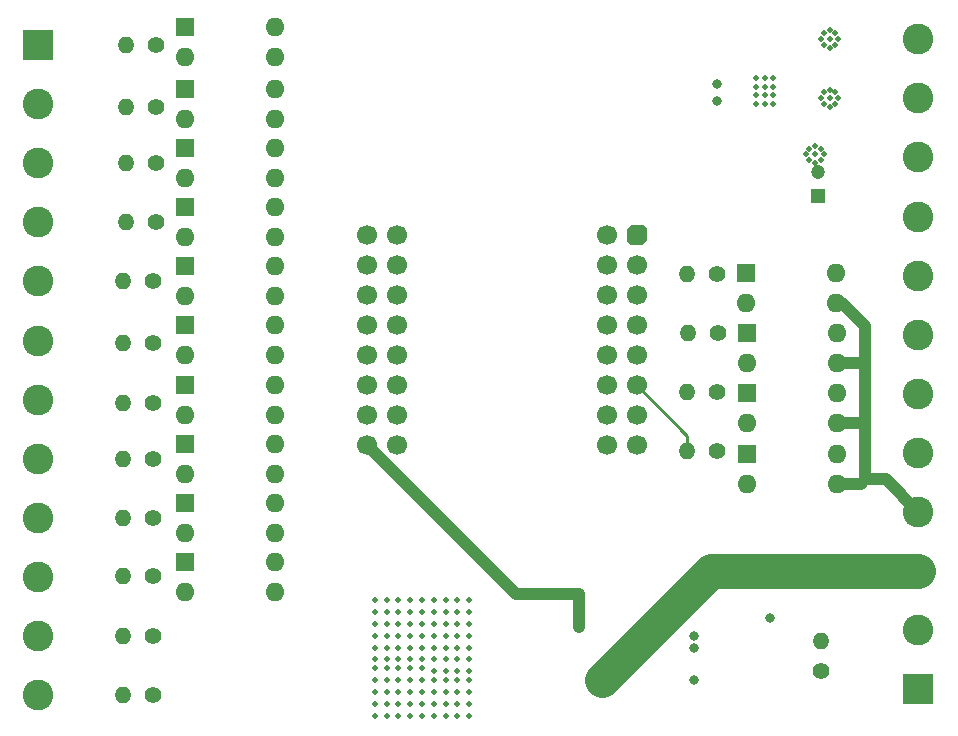
<source format=gbr>
%TF.GenerationSoftware,KiCad,Pcbnew,7.0.5*%
%TF.CreationDate,2023-06-28T09:46:49+02:00*%
%TF.ProjectId,ESP32RIO,45535033-3252-4494-9f2e-6b696361645f,rev?*%
%TF.SameCoordinates,Original*%
%TF.FileFunction,Copper,L3,Inr*%
%TF.FilePolarity,Positive*%
%FSLAX46Y46*%
G04 Gerber Fmt 4.6, Leading zero omitted, Abs format (unit mm)*
G04 Created by KiCad (PCBNEW 7.0.5) date 2023-06-28 09:46:49*
%MOMM*%
%LPD*%
G01*
G04 APERTURE LIST*
G04 Aperture macros list*
%AMFreePoly0*
4,1,19,-0.850000,0.255000,-0.829726,0.408997,-0.770285,0.552500,-0.675729,0.675729,-0.552500,0.770285,-0.408997,0.829726,-0.255000,0.850000,0.510000,0.850000,0.850000,0.510000,0.850000,-0.255000,0.829726,-0.408997,0.770285,-0.552500,0.675729,-0.675729,0.552500,-0.770285,0.408997,-0.829726,0.255000,-0.850000,-0.510000,-0.850000,-0.850000,-0.510000,-0.850000,0.255000,-0.850000,0.255000,
$1*%
G04 Aperture macros list end*
%TA.AperFunction,ComponentPad*%
%ADD10C,1.400000*%
%TD*%
%TA.AperFunction,ComponentPad*%
%ADD11O,1.400000X1.400000*%
%TD*%
%TA.AperFunction,ComponentPad*%
%ADD12R,1.200000X1.200000*%
%TD*%
%TA.AperFunction,ComponentPad*%
%ADD13C,1.200000*%
%TD*%
%TA.AperFunction,ComponentPad*%
%ADD14R,1.600000X1.600000*%
%TD*%
%TA.AperFunction,ComponentPad*%
%ADD15O,1.600000X1.600000*%
%TD*%
%TA.AperFunction,ComponentPad*%
%ADD16R,2.600000X2.600000*%
%TD*%
%TA.AperFunction,ComponentPad*%
%ADD17C,2.600000*%
%TD*%
%TA.AperFunction,ComponentPad*%
%ADD18C,1.700000*%
%TD*%
%TA.AperFunction,ComponentPad*%
%ADD19FreePoly0,180.000000*%
%TD*%
%TA.AperFunction,ViaPad*%
%ADD20C,0.500000*%
%TD*%
%TA.AperFunction,ViaPad*%
%ADD21C,0.800000*%
%TD*%
%TA.AperFunction,Conductor*%
%ADD22C,1.000000*%
%TD*%
%TA.AperFunction,Conductor*%
%ADD23C,3.000000*%
%TD*%
%TA.AperFunction,Conductor*%
%ADD24C,0.250000*%
%TD*%
G04 APERTURE END LIST*
D10*
%TO.N,GND*%
%TO.C,R17*%
X119220000Y-107750000D03*
D11*
%TO.N,Net-(J2-Pin_11)*%
X116680000Y-107750000D03*
%TD*%
D12*
%TO.N,GND*%
%TO.C,C4*%
X175500000Y-70500000D03*
D13*
%TO.N,Net-(J1-Pin_10)*%
X175500000Y-68500000D03*
%TD*%
D14*
%TO.N,Net-(R8-Pad1)*%
%TO.C,U8*%
X121950000Y-91475000D03*
D15*
%TO.N,GND*%
X121950000Y-94015000D03*
X129570000Y-94015000D03*
%TO.N,Net-(U11-GPIO33)*%
X129570000Y-91475000D03*
%TD*%
D14*
%TO.N,Net-(R4-Pad1)*%
%TO.C,U4*%
X121950000Y-71475000D03*
D15*
%TO.N,GND*%
X121950000Y-74015000D03*
X129570000Y-74015000D03*
%TO.N,Net-(U11-GPIO37)*%
X129570000Y-71475000D03*
%TD*%
D10*
%TO.N,Net-(R7-Pad1)*%
%TO.C,R7*%
X119220000Y-88000000D03*
D11*
%TO.N,Net-(J2-Pin_7)*%
X116680000Y-88000000D03*
%TD*%
D10*
%TO.N,Net-(R3-Pad1)*%
%TO.C,R3*%
X119470000Y-67750000D03*
D11*
%TO.N,Net-(J2-Pin_3)*%
X116930000Y-67750000D03*
%TD*%
D14*
%TO.N,Net-(R1-Pad1)*%
%TO.C,U1*%
X121950000Y-56225000D03*
D15*
%TO.N,GND*%
X121950000Y-58765000D03*
X129570000Y-58765000D03*
%TO.N,Net-(U11-GPIO40)*%
X129570000Y-56225000D03*
%TD*%
D10*
%TO.N,Net-(R11-Pad1)*%
%TO.C,R11*%
X167002032Y-77102460D03*
D11*
%TO.N,Net-(U11-GPIO8)*%
X164462032Y-77102460D03*
%TD*%
D14*
%TO.N,Net-(R10-Pad1)*%
%TO.C,U10*%
X121950000Y-101475000D03*
D15*
%TO.N,GND*%
X121950000Y-104015000D03*
X129570000Y-104015000D03*
%TO.N,Net-(U11-GPIO18)*%
X129570000Y-101475000D03*
%TD*%
D14*
%TO.N,Net-(R13-Pad1)*%
%TO.C,U14*%
X169482032Y-87234126D03*
D15*
%TO.N,GND*%
X169482032Y-89774126D03*
%TO.N,Net-(J1-Pin_4)*%
X177102032Y-89774126D03*
%TO.N,Net-(J1-Pin_6)*%
X177102032Y-87234126D03*
%TD*%
D14*
%TO.N,Net-(R14-Pad1)*%
%TO.C,U16*%
X169482032Y-92327459D03*
D15*
%TO.N,GND*%
X169482032Y-94867459D03*
%TO.N,Net-(J1-Pin_4)*%
X177102032Y-94867459D03*
%TO.N,Net-(J1-Pin_5)*%
X177102032Y-92327459D03*
%TD*%
D10*
%TO.N,Net-(R13-Pad1)*%
%TO.C,R13*%
X167002032Y-87102460D03*
D11*
%TO.N,Net-(U11-GPIO10)*%
X164462032Y-87102460D03*
%TD*%
D10*
%TO.N,Net-(J1-Pin_1)*%
%TO.C,R15*%
X175750000Y-110720000D03*
D11*
%TO.N,Net-(J1-Pin_2)*%
X175750000Y-108180000D03*
%TD*%
D10*
%TO.N,Net-(R6-Pad1)*%
%TO.C,R6*%
X119220000Y-83000000D03*
D11*
%TO.N,Net-(J2-Pin_6)*%
X116680000Y-83000000D03*
%TD*%
D14*
%TO.N,Net-(R9-Pad1)*%
%TO.C,U9*%
X121950000Y-96475000D03*
D15*
%TO.N,GND*%
X121950000Y-99015000D03*
X129570000Y-99015000D03*
%TO.N,Net-(U11-GPIO21)*%
X129570000Y-96475000D03*
%TD*%
D10*
%TO.N,Net-(R4-Pad1)*%
%TO.C,R4*%
X119470000Y-72750000D03*
D11*
%TO.N,Net-(J2-Pin_4)*%
X116930000Y-72750000D03*
%TD*%
D10*
%TO.N,Net-(R12-Pad1)*%
%TO.C,R12*%
X167032032Y-82102460D03*
D11*
%TO.N,Net-(U11-GPIO9)*%
X164492032Y-82102460D03*
%TD*%
D10*
%TO.N,Net-(R9-Pad1)*%
%TO.C,R9*%
X119220000Y-97750000D03*
D11*
%TO.N,Net-(J2-Pin_9)*%
X116680000Y-97750000D03*
%TD*%
D10*
%TO.N,Net-(R1-Pad1)*%
%TO.C,R1*%
X119470000Y-57750000D03*
D11*
%TO.N,Net-(J2-Pin_1)*%
X116930000Y-57750000D03*
%TD*%
D10*
%TO.N,Net-(R10-Pad1)*%
%TO.C,R10*%
X119220000Y-102669888D03*
D11*
%TO.N,Net-(J2-Pin_10)*%
X116680000Y-102669888D03*
%TD*%
D10*
%TO.N,Net-(R8-Pad1)*%
%TO.C,R8*%
X119220000Y-92750000D03*
D11*
%TO.N,Net-(J2-Pin_8)*%
X116680000Y-92750000D03*
%TD*%
D14*
%TO.N,Net-(R11-Pad1)*%
%TO.C,U12*%
X169462032Y-77047460D03*
D15*
%TO.N,GND*%
X169462032Y-79587460D03*
%TO.N,Net-(J1-Pin_4)*%
X177082032Y-79587460D03*
%TO.N,Net-(J1-Pin_8)*%
X177082032Y-77047460D03*
%TD*%
D16*
%TO.N,Net-(J1-Pin_1)*%
%TO.C,J1*%
X184000000Y-112250000D03*
D17*
%TO.N,Net-(J1-Pin_2)*%
X184000000Y-107250000D03*
%TO.N,+24V*%
X184000000Y-102250000D03*
%TO.N,Net-(J1-Pin_4)*%
X184000000Y-97250000D03*
%TO.N,Net-(J1-Pin_5)*%
X184000000Y-92250000D03*
%TO.N,Net-(J1-Pin_6)*%
X184000000Y-87250000D03*
%TO.N,Net-(J1-Pin_7)*%
X184000000Y-82250000D03*
%TO.N,Net-(J1-Pin_8)*%
X184000000Y-77250000D03*
%TO.N,GND*%
X184000000Y-72250000D03*
%TO.N,Net-(J1-Pin_10)*%
X184000000Y-67250000D03*
%TO.N,Net-(J1-Pin_11)*%
X184000000Y-62250000D03*
%TO.N,Net-(J1-Pin_12)*%
X184000000Y-57250000D03*
%TD*%
D10*
%TO.N,Net-(R2-Pad1)*%
%TO.C,R2*%
X119470000Y-63000000D03*
D11*
%TO.N,Net-(J2-Pin_2)*%
X116930000Y-63000000D03*
%TD*%
D10*
%TO.N,GND*%
%TO.C,R16*%
X119220000Y-112750000D03*
D11*
%TO.N,Net-(J2-Pin_12)*%
X116680000Y-112750000D03*
%TD*%
D14*
%TO.N,Net-(R3-Pad1)*%
%TO.C,U3*%
X121950000Y-66475000D03*
D15*
%TO.N,GND*%
X121950000Y-69015000D03*
X129570000Y-69015000D03*
%TO.N,Net-(U11-GPIO38)*%
X129570000Y-66475000D03*
%TD*%
D14*
%TO.N,Net-(R12-Pad1)*%
%TO.C,U13*%
X169482032Y-82140793D03*
D15*
%TO.N,GND*%
X169482032Y-84680793D03*
%TO.N,Net-(J1-Pin_4)*%
X177102032Y-84680793D03*
%TO.N,Net-(J1-Pin_7)*%
X177102032Y-82140793D03*
%TD*%
D14*
%TO.N,Net-(R7-Pad1)*%
%TO.C,U7*%
X121950000Y-86475000D03*
D15*
%TO.N,GND*%
X121950000Y-89015000D03*
X129570000Y-89015000D03*
%TO.N,Net-(U11-GPIO34)*%
X129570000Y-86475000D03*
%TD*%
D10*
%TO.N,Net-(R5-Pad1)*%
%TO.C,R5*%
X119220000Y-77750000D03*
D11*
%TO.N,Net-(J2-Pin_5)*%
X116680000Y-77750000D03*
%TD*%
D14*
%TO.N,Net-(R5-Pad1)*%
%TO.C,U5*%
X121950000Y-76475000D03*
D15*
%TO.N,GND*%
X121950000Y-79015000D03*
X129570000Y-79015000D03*
%TO.N,Net-(U11-GPIO36)*%
X129570000Y-76475000D03*
%TD*%
D14*
%TO.N,Net-(R6-Pad1)*%
%TO.C,U6*%
X121950000Y-81475000D03*
D15*
%TO.N,GND*%
X121950000Y-84015000D03*
X129570000Y-84015000D03*
%TO.N,Net-(U11-GPIO35)*%
X129570000Y-81475000D03*
%TD*%
D10*
%TO.N,Net-(R14-Pad1)*%
%TO.C,R14*%
X167002032Y-92102460D03*
D11*
%TO.N,Net-(U11-GPIO11)*%
X164462032Y-92102460D03*
%TD*%
D14*
%TO.N,Net-(R2-Pad1)*%
%TO.C,U2*%
X121950000Y-61475000D03*
D15*
%TO.N,GND*%
X121950000Y-64015000D03*
X129570000Y-64015000D03*
%TO.N,Net-(U11-GPIO39)*%
X129570000Y-61475000D03*
%TD*%
D16*
%TO.N,Net-(J2-Pin_1)*%
%TO.C,J2*%
X109500000Y-57750000D03*
D17*
%TO.N,Net-(J2-Pin_2)*%
X109500000Y-62750000D03*
%TO.N,Net-(J2-Pin_3)*%
X109500000Y-67750000D03*
%TO.N,Net-(J2-Pin_4)*%
X109500000Y-72750000D03*
%TO.N,Net-(J2-Pin_5)*%
X109500000Y-77750000D03*
%TO.N,Net-(J2-Pin_6)*%
X109500000Y-82750000D03*
%TO.N,Net-(J2-Pin_7)*%
X109500000Y-87750000D03*
%TO.N,Net-(J2-Pin_8)*%
X109500000Y-92750000D03*
%TO.N,Net-(J2-Pin_9)*%
X109500000Y-97750000D03*
%TO.N,Net-(J2-Pin_10)*%
X109500000Y-102750000D03*
%TO.N,Net-(J2-Pin_11)*%
X109500000Y-107750000D03*
%TO.N,Net-(J2-Pin_12)*%
X109500000Y-112750000D03*
%TD*%
D18*
%TO.N,Net-(U11-GPIO40)*%
%TO.C,U11*%
X139842500Y-73805000D03*
%TO.N,Net-(U11-GPIO38)*%
X139842500Y-76345000D03*
%TO.N,Net-(U11-GPIO36)*%
X139842500Y-78885000D03*
%TO.N,Net-(U11-GPIO34)*%
X139842500Y-81425000D03*
%TO.N,Net-(U11-GPIO21)*%
X139842500Y-83965000D03*
%TO.N,Net-(J2-Pin_12)*%
X139842500Y-86505000D03*
%TO.N,GND*%
X139842500Y-89045000D03*
%TO.N,unconnected-(U11-GPIO15-Pad25)*%
X139842500Y-91585000D03*
%TO.N,/TX-O*%
X157622500Y-91585000D03*
%TO.N,/RTS*%
X157622500Y-89045000D03*
%TO.N,Net-(U11-GPIO10)*%
X157622500Y-86505000D03*
%TO.N,Net-(U11-GPIO8)*%
X157622500Y-83965000D03*
%TO.N,unconnected-(U11-GPIO6-Pad20)*%
X157622500Y-81425000D03*
%TO.N,unconnected-(U11-GPIO4-Pad19)*%
X157622500Y-78885000D03*
%TO.N,Net-(U11-GPIO2)*%
X157622500Y-76345000D03*
%TO.N,unconnected-(U11-GPIO1-Pad17)*%
X157622500Y-73805000D03*
%TO.N,Net-(U11-GPIO39)*%
X137302500Y-73805000D03*
%TO.N,Net-(U11-GPIO37)*%
X137302500Y-76345000D03*
%TO.N,Net-(U11-GPIO35)*%
X137302500Y-78885000D03*
%TO.N,Net-(U11-GPIO33)*%
X137302500Y-81425000D03*
%TO.N,Net-(U11-GPIO18)*%
X137302500Y-83965000D03*
%TO.N,Net-(J2-Pin_11)*%
X137302500Y-86505000D03*
%TO.N,GND*%
X137302500Y-89045000D03*
%TO.N,Net-(U11-VBUS)*%
X137302500Y-91585000D03*
%TO.N,Net-(U11-3V3)*%
X160162500Y-91585000D03*
%TO.N,/RX-I*%
X160162500Y-89045000D03*
%TO.N,Net-(U11-GPIO11)*%
X160162500Y-86505000D03*
%TO.N,Net-(U11-GPIO9)*%
X160162500Y-83965000D03*
%TO.N,unconnected-(U11-GPIO7-Pad4)*%
X160162500Y-81425000D03*
%TO.N,unconnected-(U11-GPIO5-Pad3)*%
X160162500Y-78885000D03*
%TO.N,Net-(U11-GPIO3)*%
X160162500Y-76345000D03*
D19*
%TO.N,unconnected-(U11-EN-Pad1)*%
X160162500Y-73805000D03*
%TD*%
D20*
%TO.N,Net-(J1-Pin_11)*%
X177000000Y-62750000D03*
X176000000Y-62750000D03*
X176000000Y-61750000D03*
X177000000Y-61750000D03*
X177250000Y-62250000D03*
X176500000Y-63000000D03*
X175750000Y-62250000D03*
X176500000Y-61500000D03*
X176500000Y-62250000D03*
%TO.N,GND*%
X142000000Y-113500000D03*
X142000000Y-110500000D03*
X142000000Y-111500000D03*
X142000000Y-114500000D03*
X142000000Y-112500000D03*
X141000000Y-114500000D03*
X140000000Y-114500000D03*
X138000000Y-114500000D03*
X139000000Y-114500000D03*
X146000000Y-114500000D03*
X146000000Y-113500000D03*
X145000000Y-113500000D03*
X145000000Y-114500000D03*
X146000000Y-111500000D03*
X143000000Y-113500000D03*
X144000000Y-114500000D03*
X143000000Y-111500000D03*
X143000000Y-112500000D03*
X146000000Y-112500000D03*
X144000000Y-112500000D03*
X144000000Y-113500000D03*
X145000000Y-112500000D03*
X145000000Y-111500000D03*
X144000000Y-111500000D03*
X143000000Y-114500000D03*
X146000000Y-110750000D03*
X146000000Y-109750000D03*
X145000000Y-109750000D03*
X145000000Y-110750000D03*
X146000000Y-107750000D03*
X143000000Y-109750000D03*
X144000000Y-110750000D03*
X143000000Y-107750000D03*
X143000000Y-108750000D03*
X146000000Y-108750000D03*
X144000000Y-108750000D03*
X144000000Y-109750000D03*
X145000000Y-108750000D03*
X145000000Y-107750000D03*
X144000000Y-107750000D03*
X143000000Y-110750000D03*
X141000000Y-113500000D03*
X141000000Y-112500000D03*
X140000000Y-112500000D03*
X140000000Y-113500000D03*
X141000000Y-110500000D03*
X138000000Y-112500000D03*
X139000000Y-113500000D03*
X138000000Y-110500000D03*
X138000000Y-111500000D03*
X141000000Y-111500000D03*
X139000000Y-111500000D03*
X139000000Y-112500000D03*
X140000000Y-111500000D03*
X140000000Y-110500000D03*
X139000000Y-110500000D03*
X138000000Y-113500000D03*
X142000000Y-109750000D03*
X142000000Y-107750000D03*
X142000000Y-108750000D03*
X141000000Y-109750000D03*
X141000000Y-107750000D03*
X141000000Y-108750000D03*
X140000000Y-109750000D03*
X140000000Y-107750000D03*
X140000000Y-108750000D03*
X139000000Y-109750000D03*
X139000000Y-107750000D03*
X139000000Y-108750000D03*
X146000000Y-106750000D03*
X146000000Y-104750000D03*
X146000000Y-105750000D03*
X145000000Y-106750000D03*
X145000000Y-104750000D03*
X145000000Y-105750000D03*
X144000000Y-106750000D03*
X144000000Y-104750000D03*
X144000000Y-105750000D03*
X143000000Y-106750000D03*
X143000000Y-104750000D03*
X143000000Y-105750000D03*
X142000000Y-106750000D03*
X142000000Y-104750000D03*
X142000000Y-105750000D03*
X141000000Y-106750000D03*
X141000000Y-104750000D03*
X141000000Y-105750000D03*
X140000000Y-106750000D03*
X140000000Y-104750000D03*
X140000000Y-105750000D03*
X139000000Y-106750000D03*
X139000000Y-104750000D03*
X139000000Y-105750000D03*
X138000000Y-109750000D03*
X138000000Y-108750000D03*
X138000000Y-107750000D03*
X138000000Y-106750000D03*
X138000000Y-105750000D03*
X138000000Y-104750000D03*
X171750000Y-62750000D03*
X171000000Y-62750000D03*
X170250000Y-62750000D03*
X170250000Y-62000000D03*
X171000000Y-62000000D03*
X171750000Y-62000000D03*
X171750000Y-61250000D03*
X171000000Y-61250000D03*
X170250000Y-61250000D03*
X171750000Y-60500000D03*
X171000000Y-60500000D03*
X170250000Y-60500000D03*
%TO.N,Net-(J1-Pin_10)*%
X174750000Y-67500000D03*
X174500000Y-67000000D03*
X175250000Y-67750000D03*
X175250000Y-67000000D03*
X175750000Y-66500000D03*
X174750000Y-66500000D03*
X176000000Y-67000000D03*
X175750000Y-67500000D03*
X175250000Y-66250000D03*
%TO.N,Net-(J1-Pin_12)*%
X176000000Y-57750000D03*
X177000000Y-57750000D03*
X176000000Y-56750000D03*
X176500000Y-58000000D03*
X175750000Y-57250000D03*
X176500000Y-57250000D03*
X177250000Y-57250000D03*
X176500000Y-56500000D03*
D21*
%TO.N,Net-(U11-VBUS)*%
X155250000Y-107000000D03*
%TO.N,+24V*%
X156250000Y-111500000D03*
X157250000Y-111500000D03*
%TO.N,Net-(U11-3V3)*%
X171500000Y-106250000D03*
%TO.N,/RX-I*%
X165000000Y-111500000D03*
%TO.N,/RTS*%
X165000000Y-108750000D03*
%TO.N,/TX-O*%
X165000000Y-107750000D03*
%TO.N,Net-(U11-GPIO3)*%
X167000000Y-62500000D03*
%TO.N,Net-(U11-GPIO2)*%
X167000000Y-61000000D03*
D20*
%TO.N,Net-(J1-Pin_12)*%
X177000000Y-56750000D03*
%TD*%
D22*
%TO.N,Net-(U11-VBUS)*%
X155250000Y-104250000D02*
X155250000Y-107000000D01*
X137302500Y-91585000D02*
X149967500Y-104250000D01*
X149967500Y-104250000D02*
X155250000Y-104250000D01*
D23*
%TO.N,+24V*%
X166500000Y-102250000D02*
X157250000Y-111500000D01*
X184000000Y-102250000D02*
X166500000Y-102250000D01*
D24*
%TO.N,Net-(U11-GPIO11)*%
X164462032Y-92102460D02*
X164462032Y-90804532D01*
X164462032Y-90804532D02*
X160162500Y-86505000D01*
D22*
%TO.N,Net-(J1-Pin_4)*%
X184000000Y-97250000D02*
X181250000Y-94500000D01*
X181250000Y-94500000D02*
X179500000Y-94500000D01*
X179500000Y-94500000D02*
X179500000Y-89750000D01*
X179500000Y-89750000D02*
X179500000Y-84750000D01*
X177102032Y-89774126D02*
X179475874Y-89774126D01*
X179475874Y-89774126D02*
X179500000Y-89750000D01*
X179500000Y-84750000D02*
X179500000Y-81500000D01*
X177102032Y-84680793D02*
X179430793Y-84680793D01*
X179430793Y-84680793D02*
X179500000Y-84750000D01*
X177102032Y-94867459D02*
X179132541Y-94867459D01*
X179132541Y-94867459D02*
X179500000Y-94500000D01*
X179500000Y-81500000D02*
X177587460Y-79587460D01*
X177587460Y-79587460D02*
X177082032Y-79587460D01*
%TD*%
M02*

</source>
